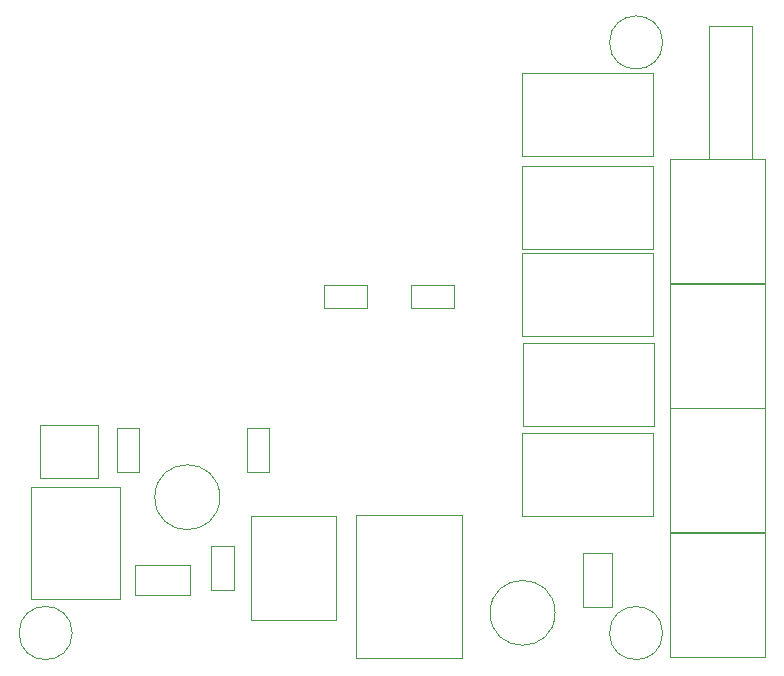
<source format=gbr>
G04 #@! TF.GenerationSoftware,KiCad,Pcbnew,(5.1.0-rc1-9-g8f320697a)*
G04 #@! TF.CreationDate,2019-02-20T21:31:05+01:00
G04 #@! TF.ProjectId,kicad,6b696361-642e-46b6-9963-61645f706362,rev?*
G04 #@! TF.SameCoordinates,Original*
G04 #@! TF.FileFunction,Other,User*
%FSLAX46Y46*%
G04 Gerber Fmt 4.6, Leading zero omitted, Abs format (unit mm)*
G04 Created by KiCad (PCBNEW (5.1.0-rc1-9-g8f320697a)) date 2019-02-20 21:31:05*
%MOMM*%
%LPD*%
G04 APERTURE LIST*
%ADD10C,0.050000*%
G04 APERTURE END LIST*
D10*
X161250000Y-98500000D02*
G75*
G03X161250000Y-98500000I-2250000J0D01*
G01*
X211250000Y-48500000D02*
G75*
G03X211250000Y-48500000I-2250000J0D01*
G01*
X211250000Y-98500000D02*
G75*
G03X211250000Y-98500000I-2250000J0D01*
G01*
X202140000Y-96790000D02*
G75*
G03X202140000Y-96790000I-2750000J0D01*
G01*
X204490000Y-96300000D02*
X206990000Y-96300000D01*
X206990000Y-96300000D02*
X206990000Y-91700000D01*
X206990000Y-91700000D02*
X204490000Y-91700000D01*
X204490000Y-91700000D02*
X204490000Y-96300000D01*
X173050000Y-91150000D02*
X174950000Y-91150000D01*
X174950000Y-91150000D02*
X174950000Y-94850000D01*
X174950000Y-94850000D02*
X173050000Y-94850000D01*
X173050000Y-94850000D02*
X173050000Y-91150000D01*
X177950000Y-81175000D02*
X177950000Y-84875000D01*
X176050000Y-81175000D02*
X177950000Y-81175000D01*
X176050000Y-84875000D02*
X176050000Y-81175000D01*
X177950000Y-84875000D02*
X176050000Y-84875000D01*
X171190000Y-92750000D02*
X166590000Y-92750000D01*
X171190000Y-95250000D02*
X171190000Y-92750000D01*
X166590000Y-95250000D02*
X171190000Y-95250000D01*
X166590000Y-92750000D02*
X166590000Y-95250000D01*
X173750000Y-87000000D02*
G75*
G03X173750000Y-87000000I-2750000J0D01*
G01*
X158550000Y-80850000D02*
X158550000Y-85350000D01*
X158550000Y-85350000D02*
X163400000Y-85350000D01*
X163400000Y-85350000D02*
X163400000Y-80850000D01*
X163400000Y-80850000D02*
X158550000Y-80850000D01*
X199360000Y-66350000D02*
X199360000Y-73350000D01*
X199360000Y-73350000D02*
X210460000Y-73350000D01*
X210460000Y-73350000D02*
X210460000Y-66350000D01*
X210460000Y-66350000D02*
X199360000Y-66350000D01*
X199360000Y-81590000D02*
X199360000Y-88590000D01*
X199360000Y-88590000D02*
X210460000Y-88590000D01*
X210460000Y-88590000D02*
X210460000Y-81590000D01*
X210460000Y-81590000D02*
X199360000Y-81590000D01*
X210460000Y-58985000D02*
X199360000Y-58985000D01*
X210460000Y-65985000D02*
X210460000Y-58985000D01*
X199360000Y-65985000D02*
X210460000Y-65985000D01*
X199360000Y-58985000D02*
X199360000Y-65985000D01*
X199360000Y-51110000D02*
X199360000Y-58110000D01*
X199360000Y-58110000D02*
X210460000Y-58110000D01*
X210460000Y-58110000D02*
X210460000Y-51110000D01*
X210460000Y-51110000D02*
X199360000Y-51110000D01*
X210550000Y-73970000D02*
X199450000Y-73970000D01*
X210550000Y-80970000D02*
X210550000Y-73970000D01*
X199450000Y-80970000D02*
X210550000Y-80970000D01*
X199450000Y-73970000D02*
X199450000Y-80970000D01*
X219900000Y-90000000D02*
X219900000Y-100500000D01*
X219900000Y-90000000D02*
X211900000Y-90000000D01*
X211900000Y-100500000D02*
X219900000Y-100500000D01*
X211900000Y-100500000D02*
X211900000Y-90000000D01*
X211900000Y-68860000D02*
X211900000Y-58360000D01*
X211900000Y-68860000D02*
X219900000Y-68860000D01*
X219900000Y-58360000D02*
X211900000Y-58360000D01*
X219900000Y-58360000D02*
X219900000Y-68860000D01*
X219900000Y-68910000D02*
X219900000Y-79410000D01*
X219900000Y-68910000D02*
X211900000Y-68910000D01*
X211900000Y-79410000D02*
X219900000Y-79410000D01*
X211900000Y-79410000D02*
X211900000Y-68910000D01*
X211900000Y-89960000D02*
X211900000Y-79460000D01*
X211900000Y-89960000D02*
X219900000Y-89960000D01*
X219900000Y-79460000D02*
X211900000Y-79460000D01*
X219900000Y-79460000D02*
X219900000Y-89960000D01*
X189920000Y-70950000D02*
X189920000Y-69050000D01*
X189920000Y-69050000D02*
X193620000Y-69050000D01*
X193620000Y-69050000D02*
X193620000Y-70950000D01*
X193620000Y-70950000D02*
X189920000Y-70950000D01*
X186245000Y-70950000D02*
X182545000Y-70950000D01*
X186245000Y-69050000D02*
X186245000Y-70950000D01*
X182545000Y-69050000D02*
X186245000Y-69050000D01*
X182545000Y-70950000D02*
X182545000Y-69050000D01*
X165050000Y-81175000D02*
X166950000Y-81175000D01*
X166950000Y-81175000D02*
X166950000Y-84875000D01*
X166950000Y-84875000D02*
X165050000Y-84875000D01*
X165050000Y-84875000D02*
X165050000Y-81175000D01*
X165300000Y-86350000D02*
X165300000Y-86100000D01*
X165300000Y-86100000D02*
X165050000Y-86100000D01*
X157800000Y-86350000D02*
X157800000Y-86100000D01*
X157800000Y-86100000D02*
X158050000Y-86100000D01*
X158050000Y-95600000D02*
X157800000Y-95600000D01*
X157800000Y-95600000D02*
X157800000Y-95350000D01*
X165050000Y-95600000D02*
X165300000Y-95600000D01*
X165300000Y-95600000D02*
X165300000Y-95350000D01*
X157800000Y-95350000D02*
X157800000Y-86350000D01*
X165050000Y-95600000D02*
X158050000Y-95600000D01*
X165300000Y-86350000D02*
X165300000Y-95350000D01*
X158050000Y-86100000D02*
X165050000Y-86100000D01*
X185250000Y-100650000D02*
X194250000Y-100650000D01*
X194250000Y-100650000D02*
X194250000Y-88540000D01*
X194250000Y-88540000D02*
X185250000Y-88540000D01*
X185250000Y-88540000D02*
X185250000Y-100650000D01*
X176400000Y-88600000D02*
X176400000Y-97400000D01*
X183600000Y-88600000D02*
X176400000Y-88600000D01*
X183600000Y-97400000D02*
X183600000Y-88600000D01*
X176400000Y-97400000D02*
X183600000Y-97400000D01*
X215190000Y-47130000D02*
X215190000Y-58330000D01*
X215190000Y-58330000D02*
X218790000Y-58330000D01*
X218790000Y-58330000D02*
X218790000Y-47130000D01*
X218790000Y-47130000D02*
X215190000Y-47130000D01*
M02*

</source>
